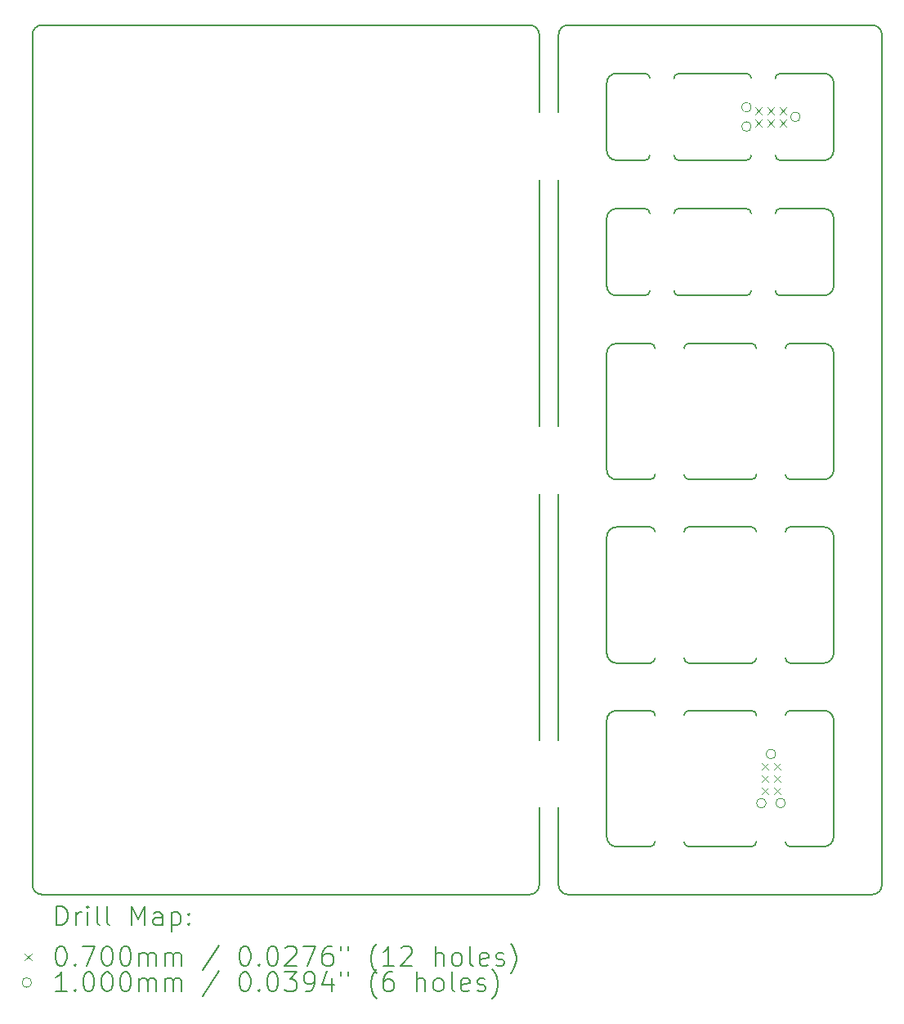
<source format=gbr>
%FSLAX45Y45*%
G04 Gerber Fmt 4.5, Leading zero omitted, Abs format (unit mm)*
G04 Created by KiCad (PCBNEW (6.0.2-0)) date 2022-08-08 09:45:42*
%MOMM*%
%LPD*%
G01*
G04 APERTURE LIST*
%TA.AperFunction,Profile*%
%ADD10C,0.150000*%
%TD*%
%ADD11C,0.200000*%
%ADD12C,0.070000*%
%ADD13C,0.100000*%
G04 APERTURE END LIST*
D10*
X16900000Y-12354000D02*
X16550000Y-12354000D01*
X17196000Y-6250000D02*
G75*
G03*
X17146000Y-6300000I0J-50000D01*
G01*
X17950000Y-10454000D02*
G75*
G03*
X18000000Y-10404000I0J50000D01*
G01*
X19300000Y-5850000D02*
X19300000Y-14650000D01*
X16950000Y-12896000D02*
G75*
G03*
X16900000Y-12846000I-50000J0D01*
G01*
X19200000Y-5750000D02*
X16050000Y-5750000D01*
X18800000Y-12946000D02*
G75*
G03*
X18700000Y-12846000I-100000J0D01*
G01*
X18800000Y-7750000D02*
X18800000Y-8450000D01*
X16900000Y-14254000D02*
G75*
G03*
X16950000Y-14204000I0J50000D01*
G01*
X16900000Y-10454000D02*
G75*
G03*
X16950000Y-10404000I0J50000D01*
G01*
X16550000Y-7650000D02*
G75*
G03*
X16450000Y-7750000I0J-100000D01*
G01*
X10600000Y-5750000D02*
G75*
G03*
X10500000Y-5850000I0J-100000D01*
G01*
X10600000Y-14750000D02*
X15650000Y-14750000D01*
X18300000Y-12304000D02*
G75*
G03*
X18350000Y-12354000I50000J0D01*
G01*
X16050000Y-5750000D02*
G75*
G03*
X15950000Y-5850000I0J-100000D01*
G01*
X15950000Y-6650000D02*
X15950000Y-5850000D01*
X16550000Y-10946000D02*
G75*
G03*
X16450000Y-11046000I0J-100000D01*
G01*
X18350000Y-9046000D02*
G75*
G03*
X18300000Y-9096000I0J-50000D01*
G01*
X18350000Y-14254000D02*
X18700000Y-14254000D01*
X16900000Y-12354000D02*
G75*
G03*
X16950000Y-12304000I0J50000D01*
G01*
X18350000Y-12846000D02*
X18700000Y-12846000D01*
X16900000Y-10946000D02*
X16550000Y-10946000D01*
X18246000Y-7650000D02*
G75*
G03*
X18196000Y-7700000I0J-50000D01*
G01*
X17146000Y-8500000D02*
G75*
G03*
X17196000Y-8550000I50000J0D01*
G01*
X16900000Y-14254000D02*
X16550000Y-14254000D01*
X18000000Y-12896000D02*
G75*
G03*
X17950000Y-12846000I-50000J0D01*
G01*
X16846000Y-8550000D02*
X16550000Y-8550000D01*
X17950000Y-14254000D02*
G75*
G03*
X18000000Y-14204000I0J50000D01*
G01*
X18196000Y-8500000D02*
G75*
G03*
X18246000Y-8550000I50000J0D01*
G01*
X16846000Y-8550000D02*
G75*
G03*
X16896000Y-8500000I0J50000D01*
G01*
X15950000Y-14650000D02*
G75*
G03*
X16050000Y-14750000I100000J0D01*
G01*
X17196000Y-7650000D02*
G75*
G03*
X17146000Y-7700000I0J-50000D01*
G01*
X17300000Y-10946000D02*
G75*
G03*
X17250000Y-10996000I0J-50000D01*
G01*
X16900000Y-9046000D02*
X16550000Y-9046000D01*
X18800000Y-6350000D02*
X18800000Y-7050000D01*
X18800000Y-11046000D02*
G75*
G03*
X18700000Y-10946000I-100000J0D01*
G01*
X17250000Y-12304000D02*
G75*
G03*
X17300000Y-12354000I50000J0D01*
G01*
X17896000Y-8550000D02*
X17196000Y-8550000D01*
X18000000Y-9096000D02*
G75*
G03*
X17950000Y-9046000I-50000J0D01*
G01*
X18246000Y-6250000D02*
G75*
G03*
X18196000Y-6300000I0J-50000D01*
G01*
X18196000Y-7100000D02*
G75*
G03*
X18246000Y-7150000I50000J0D01*
G01*
X16450000Y-14154000D02*
X16450000Y-12946000D01*
X16900000Y-10454000D02*
X16550000Y-10454000D01*
X16550000Y-9046000D02*
G75*
G03*
X16450000Y-9146000I0J-100000D01*
G01*
X15750000Y-5850000D02*
X15750000Y-6650000D01*
X19300000Y-5850000D02*
G75*
G03*
X19200000Y-5750000I-100000J0D01*
G01*
X15750000Y-7350000D02*
X15750000Y-9900000D01*
X18700000Y-8550000D02*
G75*
G03*
X18800000Y-8450000I0J100000D01*
G01*
X15750000Y-13150000D02*
X15750000Y-10600000D01*
X18700000Y-10454000D02*
G75*
G03*
X18800000Y-10354000I0J100000D01*
G01*
X16846000Y-7150000D02*
G75*
G03*
X16896000Y-7100000I0J50000D01*
G01*
X16450000Y-8450000D02*
X16450000Y-7750000D01*
X16896000Y-6300000D02*
G75*
G03*
X16846000Y-6250000I-50000J0D01*
G01*
X16450000Y-12254000D02*
X16450000Y-11046000D01*
X16846000Y-7150000D02*
X16550000Y-7150000D01*
X18350000Y-12354000D02*
X18700000Y-12354000D01*
X17300000Y-12846000D02*
G75*
G03*
X17250000Y-12896000I0J-50000D01*
G01*
X18300000Y-14204000D02*
G75*
G03*
X18350000Y-14254000I50000J0D01*
G01*
X16450000Y-10354000D02*
G75*
G03*
X16550000Y-10454000I100000J0D01*
G01*
X17950000Y-14254000D02*
X17300000Y-14254000D01*
X16450000Y-7050000D02*
X16450000Y-6350000D01*
X18700000Y-7650000D02*
X18246000Y-7650000D01*
X16950000Y-10996000D02*
G75*
G03*
X16900000Y-10946000I-50000J0D01*
G01*
X17300000Y-9046000D02*
G75*
G03*
X17250000Y-9096000I0J-50000D01*
G01*
X18700000Y-7150000D02*
G75*
G03*
X18800000Y-7050000I0J100000D01*
G01*
X18800000Y-7750000D02*
G75*
G03*
X18700000Y-7650000I-100000J0D01*
G01*
X18700000Y-6250000D02*
X18246000Y-6250000D01*
X16550000Y-12846000D02*
G75*
G03*
X16450000Y-12946000I0J-100000D01*
G01*
X18350000Y-12846000D02*
G75*
G03*
X18300000Y-12896000I0J-50000D01*
G01*
X18800000Y-12946000D02*
X18800000Y-14154000D01*
X16550000Y-7650000D02*
X16846000Y-7650000D01*
X16450000Y-14154000D02*
G75*
G03*
X16550000Y-14254000I100000J0D01*
G01*
X15950000Y-14650000D02*
X15950000Y-13850000D01*
X10500000Y-14650000D02*
X10500000Y-5850000D01*
X17196000Y-6250000D02*
X17896000Y-6250000D01*
X17946000Y-7700000D02*
G75*
G03*
X17896000Y-7650000I-50000J0D01*
G01*
X18700000Y-12354000D02*
G75*
G03*
X18800000Y-12254000I0J100000D01*
G01*
X16950000Y-9096000D02*
G75*
G03*
X16900000Y-9046000I-50000J0D01*
G01*
X17950000Y-10454000D02*
X17300000Y-10454000D01*
X19200000Y-14750000D02*
X16050000Y-14750000D01*
X17896000Y-7150000D02*
G75*
G03*
X17946000Y-7100000I0J50000D01*
G01*
X18350000Y-10454000D02*
X18700000Y-10454000D01*
X18350000Y-9046000D02*
X18700000Y-9046000D01*
X15750000Y-5850000D02*
G75*
G03*
X15650000Y-5750000I-100000J0D01*
G01*
X18350000Y-10946000D02*
X18700000Y-10946000D01*
X16450000Y-12254000D02*
G75*
G03*
X16550000Y-12354000I100000J0D01*
G01*
X18700000Y-14254000D02*
G75*
G03*
X18800000Y-14154000I0J100000D01*
G01*
X16450000Y-8450000D02*
G75*
G03*
X16550000Y-8550000I100000J0D01*
G01*
X15950000Y-9900000D02*
X15950000Y-7350000D01*
X18350000Y-10946000D02*
G75*
G03*
X18300000Y-10996000I0J-50000D01*
G01*
X18300000Y-10404000D02*
G75*
G03*
X18350000Y-10454000I50000J0D01*
G01*
X15750000Y-13850000D02*
X15750000Y-14650000D01*
X17950000Y-12354000D02*
G75*
G03*
X18000000Y-12304000I0J50000D01*
G01*
X18800000Y-6350000D02*
G75*
G03*
X18700000Y-6250000I-100000J0D01*
G01*
X17946000Y-6300000D02*
G75*
G03*
X17896000Y-6250000I-50000J0D01*
G01*
X10600000Y-5750000D02*
X15650000Y-5750000D01*
X18800000Y-11046000D02*
X18800000Y-12254000D01*
X17300000Y-10946000D02*
X17950000Y-10946000D01*
X18800000Y-9146000D02*
G75*
G03*
X18700000Y-9046000I-100000J0D01*
G01*
X18800000Y-9146000D02*
X18800000Y-10354000D01*
X16896000Y-7700000D02*
G75*
G03*
X16846000Y-7650000I-50000J0D01*
G01*
X15950000Y-13150000D02*
X15950000Y-10600000D01*
X17896000Y-7150000D02*
X17196000Y-7150000D01*
X16550000Y-6250000D02*
X16846000Y-6250000D01*
X16450000Y-7050000D02*
G75*
G03*
X16550000Y-7150000I100000J0D01*
G01*
X15650000Y-14750000D02*
G75*
G03*
X15750000Y-14650000I0J100000D01*
G01*
X17250000Y-14204000D02*
G75*
G03*
X17300000Y-14254000I50000J0D01*
G01*
X19200000Y-14750000D02*
G75*
G03*
X19300000Y-14650000I0J100000D01*
G01*
X10500000Y-14650000D02*
G75*
G03*
X10600000Y-14750000I100000J0D01*
G01*
X17950000Y-12354000D02*
X17300000Y-12354000D01*
X17196000Y-7650000D02*
X17896000Y-7650000D01*
X17300000Y-9046000D02*
X17950000Y-9046000D01*
X16550000Y-6250000D02*
G75*
G03*
X16450000Y-6350000I0J-100000D01*
G01*
X16900000Y-12846000D02*
X16550000Y-12846000D01*
X18000000Y-10996000D02*
G75*
G03*
X17950000Y-10946000I-50000J0D01*
G01*
X18246000Y-8550000D02*
X18700000Y-8550000D01*
X17146000Y-7100000D02*
G75*
G03*
X17196000Y-7150000I50000J0D01*
G01*
X18246000Y-7150000D02*
X18700000Y-7150000D01*
X17300000Y-12846000D02*
X17950000Y-12846000D01*
X17250000Y-10404000D02*
G75*
G03*
X17300000Y-10454000I50000J0D01*
G01*
X16450000Y-10354000D02*
X16450000Y-9146000D01*
X17896000Y-8550000D02*
G75*
G03*
X17946000Y-8500000I0J50000D01*
G01*
D11*
D12*
X17988000Y-6601500D02*
X18058000Y-6671500D01*
X18058000Y-6601500D02*
X17988000Y-6671500D01*
X17988000Y-6728500D02*
X18058000Y-6798500D01*
X18058000Y-6728500D02*
X17988000Y-6798500D01*
X18051500Y-13388000D02*
X18121500Y-13458000D01*
X18121500Y-13388000D02*
X18051500Y-13458000D01*
X18051500Y-13515000D02*
X18121500Y-13585000D01*
X18121500Y-13515000D02*
X18051500Y-13585000D01*
X18051500Y-13642000D02*
X18121500Y-13712000D01*
X18121500Y-13642000D02*
X18051500Y-13712000D01*
X18115000Y-6601500D02*
X18185000Y-6671500D01*
X18185000Y-6601500D02*
X18115000Y-6671500D01*
X18115000Y-6728500D02*
X18185000Y-6798500D01*
X18185000Y-6728500D02*
X18115000Y-6798500D01*
X18178500Y-13388000D02*
X18248500Y-13458000D01*
X18248500Y-13388000D02*
X18178500Y-13458000D01*
X18178500Y-13515000D02*
X18248500Y-13585000D01*
X18248500Y-13515000D02*
X18178500Y-13585000D01*
X18178500Y-13642000D02*
X18248500Y-13712000D01*
X18248500Y-13642000D02*
X18178500Y-13712000D01*
X18242000Y-6601500D02*
X18312000Y-6671500D01*
X18312000Y-6601500D02*
X18242000Y-6671500D01*
X18242000Y-6728500D02*
X18312000Y-6798500D01*
X18312000Y-6728500D02*
X18242000Y-6798500D01*
D13*
X17946000Y-6600000D02*
G75*
G03*
X17946000Y-6600000I-50000J0D01*
G01*
X17946000Y-6800000D02*
G75*
G03*
X17946000Y-6800000I-50000J0D01*
G01*
X18100000Y-13804000D02*
G75*
G03*
X18100000Y-13804000I-50000J0D01*
G01*
X18200000Y-13296000D02*
G75*
G03*
X18200000Y-13296000I-50000J0D01*
G01*
X18300000Y-13804000D02*
G75*
G03*
X18300000Y-13804000I-50000J0D01*
G01*
X18454000Y-6700000D02*
G75*
G03*
X18454000Y-6700000I-50000J0D01*
G01*
D11*
X10750119Y-15067976D02*
X10750119Y-14867976D01*
X10797738Y-14867976D01*
X10826310Y-14877500D01*
X10845357Y-14896548D01*
X10854881Y-14915595D01*
X10864405Y-14953690D01*
X10864405Y-14982262D01*
X10854881Y-15020357D01*
X10845357Y-15039405D01*
X10826310Y-15058452D01*
X10797738Y-15067976D01*
X10750119Y-15067976D01*
X10950119Y-15067976D02*
X10950119Y-14934643D01*
X10950119Y-14972738D02*
X10959643Y-14953690D01*
X10969167Y-14944167D01*
X10988214Y-14934643D01*
X11007262Y-14934643D01*
X11073929Y-15067976D02*
X11073929Y-14934643D01*
X11073929Y-14867976D02*
X11064405Y-14877500D01*
X11073929Y-14887024D01*
X11083452Y-14877500D01*
X11073929Y-14867976D01*
X11073929Y-14887024D01*
X11197738Y-15067976D02*
X11178691Y-15058452D01*
X11169167Y-15039405D01*
X11169167Y-14867976D01*
X11302500Y-15067976D02*
X11283452Y-15058452D01*
X11273929Y-15039405D01*
X11273929Y-14867976D01*
X11531071Y-15067976D02*
X11531071Y-14867976D01*
X11597738Y-15010833D01*
X11664405Y-14867976D01*
X11664405Y-15067976D01*
X11845357Y-15067976D02*
X11845357Y-14963214D01*
X11835833Y-14944167D01*
X11816786Y-14934643D01*
X11778690Y-14934643D01*
X11759643Y-14944167D01*
X11845357Y-15058452D02*
X11826310Y-15067976D01*
X11778690Y-15067976D01*
X11759643Y-15058452D01*
X11750119Y-15039405D01*
X11750119Y-15020357D01*
X11759643Y-15001310D01*
X11778690Y-14991786D01*
X11826310Y-14991786D01*
X11845357Y-14982262D01*
X11940595Y-14934643D02*
X11940595Y-15134643D01*
X11940595Y-14944167D02*
X11959643Y-14934643D01*
X11997738Y-14934643D01*
X12016786Y-14944167D01*
X12026310Y-14953690D01*
X12035833Y-14972738D01*
X12035833Y-15029881D01*
X12026310Y-15048929D01*
X12016786Y-15058452D01*
X11997738Y-15067976D01*
X11959643Y-15067976D01*
X11940595Y-15058452D01*
X12121548Y-15048929D02*
X12131071Y-15058452D01*
X12121548Y-15067976D01*
X12112024Y-15058452D01*
X12121548Y-15048929D01*
X12121548Y-15067976D01*
X12121548Y-14944167D02*
X12131071Y-14953690D01*
X12121548Y-14963214D01*
X12112024Y-14953690D01*
X12121548Y-14944167D01*
X12121548Y-14963214D01*
D12*
X10422500Y-15362500D02*
X10492500Y-15432500D01*
X10492500Y-15362500D02*
X10422500Y-15432500D01*
D11*
X10788214Y-15287976D02*
X10807262Y-15287976D01*
X10826310Y-15297500D01*
X10835833Y-15307024D01*
X10845357Y-15326071D01*
X10854881Y-15364167D01*
X10854881Y-15411786D01*
X10845357Y-15449881D01*
X10835833Y-15468929D01*
X10826310Y-15478452D01*
X10807262Y-15487976D01*
X10788214Y-15487976D01*
X10769167Y-15478452D01*
X10759643Y-15468929D01*
X10750119Y-15449881D01*
X10740595Y-15411786D01*
X10740595Y-15364167D01*
X10750119Y-15326071D01*
X10759643Y-15307024D01*
X10769167Y-15297500D01*
X10788214Y-15287976D01*
X10940595Y-15468929D02*
X10950119Y-15478452D01*
X10940595Y-15487976D01*
X10931072Y-15478452D01*
X10940595Y-15468929D01*
X10940595Y-15487976D01*
X11016786Y-15287976D02*
X11150119Y-15287976D01*
X11064405Y-15487976D01*
X11264405Y-15287976D02*
X11283452Y-15287976D01*
X11302500Y-15297500D01*
X11312024Y-15307024D01*
X11321548Y-15326071D01*
X11331071Y-15364167D01*
X11331071Y-15411786D01*
X11321548Y-15449881D01*
X11312024Y-15468929D01*
X11302500Y-15478452D01*
X11283452Y-15487976D01*
X11264405Y-15487976D01*
X11245357Y-15478452D01*
X11235833Y-15468929D01*
X11226310Y-15449881D01*
X11216786Y-15411786D01*
X11216786Y-15364167D01*
X11226310Y-15326071D01*
X11235833Y-15307024D01*
X11245357Y-15297500D01*
X11264405Y-15287976D01*
X11454881Y-15287976D02*
X11473929Y-15287976D01*
X11492976Y-15297500D01*
X11502500Y-15307024D01*
X11512024Y-15326071D01*
X11521548Y-15364167D01*
X11521548Y-15411786D01*
X11512024Y-15449881D01*
X11502500Y-15468929D01*
X11492976Y-15478452D01*
X11473929Y-15487976D01*
X11454881Y-15487976D01*
X11435833Y-15478452D01*
X11426310Y-15468929D01*
X11416786Y-15449881D01*
X11407262Y-15411786D01*
X11407262Y-15364167D01*
X11416786Y-15326071D01*
X11426310Y-15307024D01*
X11435833Y-15297500D01*
X11454881Y-15287976D01*
X11607262Y-15487976D02*
X11607262Y-15354643D01*
X11607262Y-15373690D02*
X11616786Y-15364167D01*
X11635833Y-15354643D01*
X11664405Y-15354643D01*
X11683452Y-15364167D01*
X11692976Y-15383214D01*
X11692976Y-15487976D01*
X11692976Y-15383214D02*
X11702500Y-15364167D01*
X11721548Y-15354643D01*
X11750119Y-15354643D01*
X11769167Y-15364167D01*
X11778690Y-15383214D01*
X11778690Y-15487976D01*
X11873929Y-15487976D02*
X11873929Y-15354643D01*
X11873929Y-15373690D02*
X11883452Y-15364167D01*
X11902500Y-15354643D01*
X11931071Y-15354643D01*
X11950119Y-15364167D01*
X11959643Y-15383214D01*
X11959643Y-15487976D01*
X11959643Y-15383214D02*
X11969167Y-15364167D01*
X11988214Y-15354643D01*
X12016786Y-15354643D01*
X12035833Y-15364167D01*
X12045357Y-15383214D01*
X12045357Y-15487976D01*
X12435833Y-15278452D02*
X12264405Y-15535595D01*
X12692976Y-15287976D02*
X12712024Y-15287976D01*
X12731071Y-15297500D01*
X12740595Y-15307024D01*
X12750119Y-15326071D01*
X12759643Y-15364167D01*
X12759643Y-15411786D01*
X12750119Y-15449881D01*
X12740595Y-15468929D01*
X12731071Y-15478452D01*
X12712024Y-15487976D01*
X12692976Y-15487976D01*
X12673929Y-15478452D01*
X12664405Y-15468929D01*
X12654881Y-15449881D01*
X12645357Y-15411786D01*
X12645357Y-15364167D01*
X12654881Y-15326071D01*
X12664405Y-15307024D01*
X12673929Y-15297500D01*
X12692976Y-15287976D01*
X12845357Y-15468929D02*
X12854881Y-15478452D01*
X12845357Y-15487976D01*
X12835833Y-15478452D01*
X12845357Y-15468929D01*
X12845357Y-15487976D01*
X12978690Y-15287976D02*
X12997738Y-15287976D01*
X13016786Y-15297500D01*
X13026310Y-15307024D01*
X13035833Y-15326071D01*
X13045357Y-15364167D01*
X13045357Y-15411786D01*
X13035833Y-15449881D01*
X13026310Y-15468929D01*
X13016786Y-15478452D01*
X12997738Y-15487976D01*
X12978690Y-15487976D01*
X12959643Y-15478452D01*
X12950119Y-15468929D01*
X12940595Y-15449881D01*
X12931071Y-15411786D01*
X12931071Y-15364167D01*
X12940595Y-15326071D01*
X12950119Y-15307024D01*
X12959643Y-15297500D01*
X12978690Y-15287976D01*
X13121548Y-15307024D02*
X13131071Y-15297500D01*
X13150119Y-15287976D01*
X13197738Y-15287976D01*
X13216786Y-15297500D01*
X13226310Y-15307024D01*
X13235833Y-15326071D01*
X13235833Y-15345119D01*
X13226310Y-15373690D01*
X13112024Y-15487976D01*
X13235833Y-15487976D01*
X13302500Y-15287976D02*
X13435833Y-15287976D01*
X13350119Y-15487976D01*
X13597738Y-15287976D02*
X13559643Y-15287976D01*
X13540595Y-15297500D01*
X13531071Y-15307024D01*
X13512024Y-15335595D01*
X13502500Y-15373690D01*
X13502500Y-15449881D01*
X13512024Y-15468929D01*
X13521548Y-15478452D01*
X13540595Y-15487976D01*
X13578690Y-15487976D01*
X13597738Y-15478452D01*
X13607262Y-15468929D01*
X13616786Y-15449881D01*
X13616786Y-15402262D01*
X13607262Y-15383214D01*
X13597738Y-15373690D01*
X13578690Y-15364167D01*
X13540595Y-15364167D01*
X13521548Y-15373690D01*
X13512024Y-15383214D01*
X13502500Y-15402262D01*
X13692976Y-15287976D02*
X13692976Y-15326071D01*
X13769167Y-15287976D02*
X13769167Y-15326071D01*
X14064405Y-15564167D02*
X14054881Y-15554643D01*
X14035833Y-15526071D01*
X14026310Y-15507024D01*
X14016786Y-15478452D01*
X14007262Y-15430833D01*
X14007262Y-15392738D01*
X14016786Y-15345119D01*
X14026310Y-15316548D01*
X14035833Y-15297500D01*
X14054881Y-15268929D01*
X14064405Y-15259405D01*
X14245357Y-15487976D02*
X14131071Y-15487976D01*
X14188214Y-15487976D02*
X14188214Y-15287976D01*
X14169167Y-15316548D01*
X14150119Y-15335595D01*
X14131071Y-15345119D01*
X14321548Y-15307024D02*
X14331071Y-15297500D01*
X14350119Y-15287976D01*
X14397738Y-15287976D01*
X14416786Y-15297500D01*
X14426310Y-15307024D01*
X14435833Y-15326071D01*
X14435833Y-15345119D01*
X14426310Y-15373690D01*
X14312024Y-15487976D01*
X14435833Y-15487976D01*
X14673929Y-15487976D02*
X14673929Y-15287976D01*
X14759643Y-15487976D02*
X14759643Y-15383214D01*
X14750119Y-15364167D01*
X14731071Y-15354643D01*
X14702500Y-15354643D01*
X14683452Y-15364167D01*
X14673929Y-15373690D01*
X14883452Y-15487976D02*
X14864405Y-15478452D01*
X14854881Y-15468929D01*
X14845357Y-15449881D01*
X14845357Y-15392738D01*
X14854881Y-15373690D01*
X14864405Y-15364167D01*
X14883452Y-15354643D01*
X14912024Y-15354643D01*
X14931071Y-15364167D01*
X14940595Y-15373690D01*
X14950119Y-15392738D01*
X14950119Y-15449881D01*
X14940595Y-15468929D01*
X14931071Y-15478452D01*
X14912024Y-15487976D01*
X14883452Y-15487976D01*
X15064405Y-15487976D02*
X15045357Y-15478452D01*
X15035833Y-15459405D01*
X15035833Y-15287976D01*
X15216786Y-15478452D02*
X15197738Y-15487976D01*
X15159643Y-15487976D01*
X15140595Y-15478452D01*
X15131071Y-15459405D01*
X15131071Y-15383214D01*
X15140595Y-15364167D01*
X15159643Y-15354643D01*
X15197738Y-15354643D01*
X15216786Y-15364167D01*
X15226310Y-15383214D01*
X15226310Y-15402262D01*
X15131071Y-15421310D01*
X15302500Y-15478452D02*
X15321548Y-15487976D01*
X15359643Y-15487976D01*
X15378690Y-15478452D01*
X15388214Y-15459405D01*
X15388214Y-15449881D01*
X15378690Y-15430833D01*
X15359643Y-15421310D01*
X15331071Y-15421310D01*
X15312024Y-15411786D01*
X15302500Y-15392738D01*
X15302500Y-15383214D01*
X15312024Y-15364167D01*
X15331071Y-15354643D01*
X15359643Y-15354643D01*
X15378690Y-15364167D01*
X15454881Y-15564167D02*
X15464405Y-15554643D01*
X15483452Y-15526071D01*
X15492976Y-15507024D01*
X15502500Y-15478452D01*
X15512024Y-15430833D01*
X15512024Y-15392738D01*
X15502500Y-15345119D01*
X15492976Y-15316548D01*
X15483452Y-15297500D01*
X15464405Y-15268929D01*
X15454881Y-15259405D01*
D13*
X10492500Y-15661500D02*
G75*
G03*
X10492500Y-15661500I-50000J0D01*
G01*
D11*
X10854881Y-15751976D02*
X10740595Y-15751976D01*
X10797738Y-15751976D02*
X10797738Y-15551976D01*
X10778691Y-15580548D01*
X10759643Y-15599595D01*
X10740595Y-15609119D01*
X10940595Y-15732929D02*
X10950119Y-15742452D01*
X10940595Y-15751976D01*
X10931072Y-15742452D01*
X10940595Y-15732929D01*
X10940595Y-15751976D01*
X11073929Y-15551976D02*
X11092976Y-15551976D01*
X11112024Y-15561500D01*
X11121548Y-15571024D01*
X11131072Y-15590071D01*
X11140595Y-15628167D01*
X11140595Y-15675786D01*
X11131072Y-15713881D01*
X11121548Y-15732929D01*
X11112024Y-15742452D01*
X11092976Y-15751976D01*
X11073929Y-15751976D01*
X11054881Y-15742452D01*
X11045357Y-15732929D01*
X11035833Y-15713881D01*
X11026310Y-15675786D01*
X11026310Y-15628167D01*
X11035833Y-15590071D01*
X11045357Y-15571024D01*
X11054881Y-15561500D01*
X11073929Y-15551976D01*
X11264405Y-15551976D02*
X11283452Y-15551976D01*
X11302500Y-15561500D01*
X11312024Y-15571024D01*
X11321548Y-15590071D01*
X11331071Y-15628167D01*
X11331071Y-15675786D01*
X11321548Y-15713881D01*
X11312024Y-15732929D01*
X11302500Y-15742452D01*
X11283452Y-15751976D01*
X11264405Y-15751976D01*
X11245357Y-15742452D01*
X11235833Y-15732929D01*
X11226310Y-15713881D01*
X11216786Y-15675786D01*
X11216786Y-15628167D01*
X11226310Y-15590071D01*
X11235833Y-15571024D01*
X11245357Y-15561500D01*
X11264405Y-15551976D01*
X11454881Y-15551976D02*
X11473929Y-15551976D01*
X11492976Y-15561500D01*
X11502500Y-15571024D01*
X11512024Y-15590071D01*
X11521548Y-15628167D01*
X11521548Y-15675786D01*
X11512024Y-15713881D01*
X11502500Y-15732929D01*
X11492976Y-15742452D01*
X11473929Y-15751976D01*
X11454881Y-15751976D01*
X11435833Y-15742452D01*
X11426310Y-15732929D01*
X11416786Y-15713881D01*
X11407262Y-15675786D01*
X11407262Y-15628167D01*
X11416786Y-15590071D01*
X11426310Y-15571024D01*
X11435833Y-15561500D01*
X11454881Y-15551976D01*
X11607262Y-15751976D02*
X11607262Y-15618643D01*
X11607262Y-15637690D02*
X11616786Y-15628167D01*
X11635833Y-15618643D01*
X11664405Y-15618643D01*
X11683452Y-15628167D01*
X11692976Y-15647214D01*
X11692976Y-15751976D01*
X11692976Y-15647214D02*
X11702500Y-15628167D01*
X11721548Y-15618643D01*
X11750119Y-15618643D01*
X11769167Y-15628167D01*
X11778690Y-15647214D01*
X11778690Y-15751976D01*
X11873929Y-15751976D02*
X11873929Y-15618643D01*
X11873929Y-15637690D02*
X11883452Y-15628167D01*
X11902500Y-15618643D01*
X11931071Y-15618643D01*
X11950119Y-15628167D01*
X11959643Y-15647214D01*
X11959643Y-15751976D01*
X11959643Y-15647214D02*
X11969167Y-15628167D01*
X11988214Y-15618643D01*
X12016786Y-15618643D01*
X12035833Y-15628167D01*
X12045357Y-15647214D01*
X12045357Y-15751976D01*
X12435833Y-15542452D02*
X12264405Y-15799595D01*
X12692976Y-15551976D02*
X12712024Y-15551976D01*
X12731071Y-15561500D01*
X12740595Y-15571024D01*
X12750119Y-15590071D01*
X12759643Y-15628167D01*
X12759643Y-15675786D01*
X12750119Y-15713881D01*
X12740595Y-15732929D01*
X12731071Y-15742452D01*
X12712024Y-15751976D01*
X12692976Y-15751976D01*
X12673929Y-15742452D01*
X12664405Y-15732929D01*
X12654881Y-15713881D01*
X12645357Y-15675786D01*
X12645357Y-15628167D01*
X12654881Y-15590071D01*
X12664405Y-15571024D01*
X12673929Y-15561500D01*
X12692976Y-15551976D01*
X12845357Y-15732929D02*
X12854881Y-15742452D01*
X12845357Y-15751976D01*
X12835833Y-15742452D01*
X12845357Y-15732929D01*
X12845357Y-15751976D01*
X12978690Y-15551976D02*
X12997738Y-15551976D01*
X13016786Y-15561500D01*
X13026310Y-15571024D01*
X13035833Y-15590071D01*
X13045357Y-15628167D01*
X13045357Y-15675786D01*
X13035833Y-15713881D01*
X13026310Y-15732929D01*
X13016786Y-15742452D01*
X12997738Y-15751976D01*
X12978690Y-15751976D01*
X12959643Y-15742452D01*
X12950119Y-15732929D01*
X12940595Y-15713881D01*
X12931071Y-15675786D01*
X12931071Y-15628167D01*
X12940595Y-15590071D01*
X12950119Y-15571024D01*
X12959643Y-15561500D01*
X12978690Y-15551976D01*
X13112024Y-15551976D02*
X13235833Y-15551976D01*
X13169167Y-15628167D01*
X13197738Y-15628167D01*
X13216786Y-15637690D01*
X13226310Y-15647214D01*
X13235833Y-15666262D01*
X13235833Y-15713881D01*
X13226310Y-15732929D01*
X13216786Y-15742452D01*
X13197738Y-15751976D01*
X13140595Y-15751976D01*
X13121548Y-15742452D01*
X13112024Y-15732929D01*
X13331071Y-15751976D02*
X13369167Y-15751976D01*
X13388214Y-15742452D01*
X13397738Y-15732929D01*
X13416786Y-15704357D01*
X13426310Y-15666262D01*
X13426310Y-15590071D01*
X13416786Y-15571024D01*
X13407262Y-15561500D01*
X13388214Y-15551976D01*
X13350119Y-15551976D01*
X13331071Y-15561500D01*
X13321548Y-15571024D01*
X13312024Y-15590071D01*
X13312024Y-15637690D01*
X13321548Y-15656738D01*
X13331071Y-15666262D01*
X13350119Y-15675786D01*
X13388214Y-15675786D01*
X13407262Y-15666262D01*
X13416786Y-15656738D01*
X13426310Y-15637690D01*
X13597738Y-15618643D02*
X13597738Y-15751976D01*
X13550119Y-15542452D02*
X13502500Y-15685310D01*
X13626310Y-15685310D01*
X13692976Y-15551976D02*
X13692976Y-15590071D01*
X13769167Y-15551976D02*
X13769167Y-15590071D01*
X14064405Y-15828167D02*
X14054881Y-15818643D01*
X14035833Y-15790071D01*
X14026310Y-15771024D01*
X14016786Y-15742452D01*
X14007262Y-15694833D01*
X14007262Y-15656738D01*
X14016786Y-15609119D01*
X14026310Y-15580548D01*
X14035833Y-15561500D01*
X14054881Y-15532929D01*
X14064405Y-15523405D01*
X14226310Y-15551976D02*
X14188214Y-15551976D01*
X14169167Y-15561500D01*
X14159643Y-15571024D01*
X14140595Y-15599595D01*
X14131071Y-15637690D01*
X14131071Y-15713881D01*
X14140595Y-15732929D01*
X14150119Y-15742452D01*
X14169167Y-15751976D01*
X14207262Y-15751976D01*
X14226310Y-15742452D01*
X14235833Y-15732929D01*
X14245357Y-15713881D01*
X14245357Y-15666262D01*
X14235833Y-15647214D01*
X14226310Y-15637690D01*
X14207262Y-15628167D01*
X14169167Y-15628167D01*
X14150119Y-15637690D01*
X14140595Y-15647214D01*
X14131071Y-15666262D01*
X14483452Y-15751976D02*
X14483452Y-15551976D01*
X14569167Y-15751976D02*
X14569167Y-15647214D01*
X14559643Y-15628167D01*
X14540595Y-15618643D01*
X14512024Y-15618643D01*
X14492976Y-15628167D01*
X14483452Y-15637690D01*
X14692976Y-15751976D02*
X14673929Y-15742452D01*
X14664405Y-15732929D01*
X14654881Y-15713881D01*
X14654881Y-15656738D01*
X14664405Y-15637690D01*
X14673929Y-15628167D01*
X14692976Y-15618643D01*
X14721548Y-15618643D01*
X14740595Y-15628167D01*
X14750119Y-15637690D01*
X14759643Y-15656738D01*
X14759643Y-15713881D01*
X14750119Y-15732929D01*
X14740595Y-15742452D01*
X14721548Y-15751976D01*
X14692976Y-15751976D01*
X14873929Y-15751976D02*
X14854881Y-15742452D01*
X14845357Y-15723405D01*
X14845357Y-15551976D01*
X15026310Y-15742452D02*
X15007262Y-15751976D01*
X14969167Y-15751976D01*
X14950119Y-15742452D01*
X14940595Y-15723405D01*
X14940595Y-15647214D01*
X14950119Y-15628167D01*
X14969167Y-15618643D01*
X15007262Y-15618643D01*
X15026310Y-15628167D01*
X15035833Y-15647214D01*
X15035833Y-15666262D01*
X14940595Y-15685310D01*
X15112024Y-15742452D02*
X15131071Y-15751976D01*
X15169167Y-15751976D01*
X15188214Y-15742452D01*
X15197738Y-15723405D01*
X15197738Y-15713881D01*
X15188214Y-15694833D01*
X15169167Y-15685310D01*
X15140595Y-15685310D01*
X15121548Y-15675786D01*
X15112024Y-15656738D01*
X15112024Y-15647214D01*
X15121548Y-15628167D01*
X15140595Y-15618643D01*
X15169167Y-15618643D01*
X15188214Y-15628167D01*
X15264405Y-15828167D02*
X15273929Y-15818643D01*
X15292976Y-15790071D01*
X15302500Y-15771024D01*
X15312024Y-15742452D01*
X15321548Y-15694833D01*
X15321548Y-15656738D01*
X15312024Y-15609119D01*
X15302500Y-15580548D01*
X15292976Y-15561500D01*
X15273929Y-15532929D01*
X15264405Y-15523405D01*
M02*

</source>
